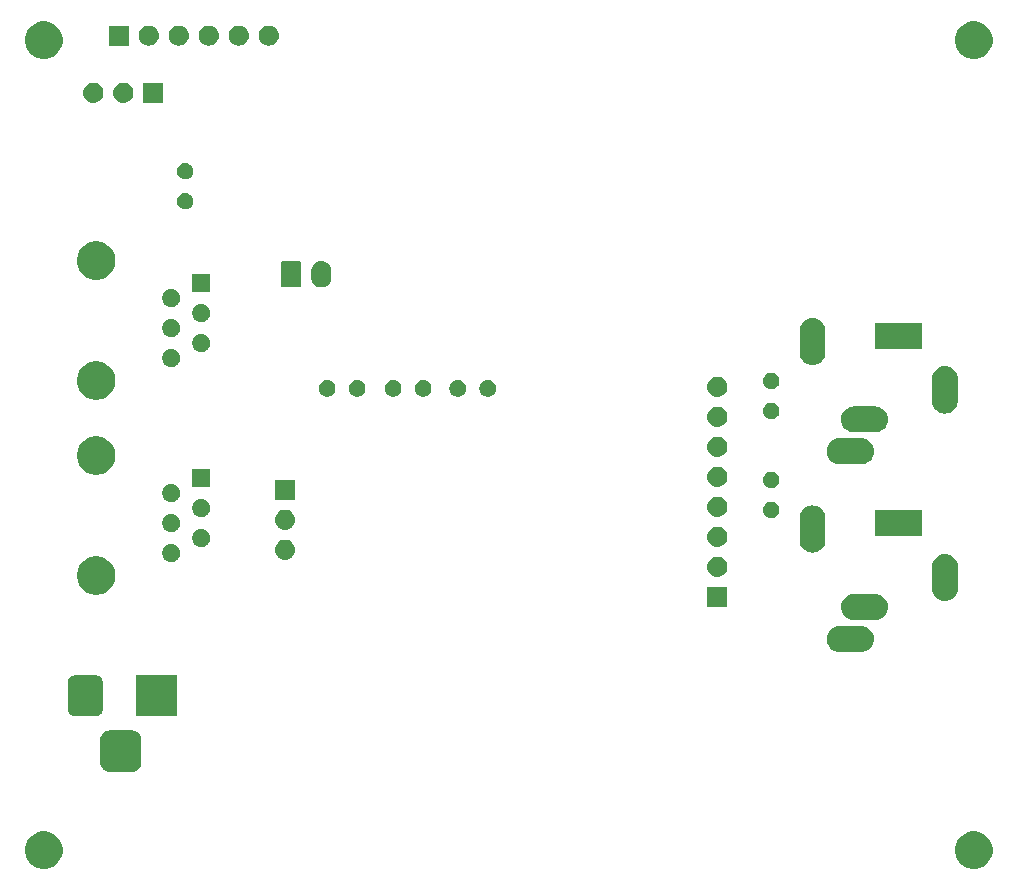
<source format=gbr>
G04 #@! TF.GenerationSoftware,KiCad,Pcbnew,(5.1.0-0)*
G04 #@! TF.CreationDate,2019-10-22T21:45:05+02:00*
G04 #@! TF.ProjectId,esp32,65737033-322e-46b6-9963-61645f706362,rev?*
G04 #@! TF.SameCoordinates,Original*
G04 #@! TF.FileFunction,Soldermask,Bot*
G04 #@! TF.FilePolarity,Negative*
%FSLAX46Y46*%
G04 Gerber Fmt 4.6, Leading zero omitted, Abs format (unit mm)*
G04 Created by KiCad (PCBNEW (5.1.0-0)) date 2019-10-22 21:45:05*
%MOMM*%
%LPD*%
G04 APERTURE LIST*
%ADD10C,0.100000*%
G04 APERTURE END LIST*
D10*
G36*
X160381703Y-132286486D02*
G01*
X160672883Y-132407097D01*
X160934940Y-132582198D01*
X161157802Y-132805060D01*
X161332903Y-133067117D01*
X161453514Y-133358297D01*
X161515000Y-133667412D01*
X161515000Y-133982588D01*
X161453514Y-134291703D01*
X161332903Y-134582883D01*
X161157802Y-134844940D01*
X160934940Y-135067802D01*
X160672883Y-135242903D01*
X160381703Y-135363514D01*
X160072588Y-135425000D01*
X159757412Y-135425000D01*
X159448297Y-135363514D01*
X159157117Y-135242903D01*
X158895060Y-135067802D01*
X158672198Y-134844940D01*
X158497097Y-134582883D01*
X158376486Y-134291703D01*
X158315000Y-133982588D01*
X158315000Y-133667412D01*
X158376486Y-133358297D01*
X158497097Y-133067117D01*
X158672198Y-132805060D01*
X158895060Y-132582198D01*
X159157117Y-132407097D01*
X159448297Y-132286486D01*
X159757412Y-132225000D01*
X160072588Y-132225000D01*
X160381703Y-132286486D01*
X160381703Y-132286486D01*
G37*
G36*
X81641703Y-132286486D02*
G01*
X81932883Y-132407097D01*
X82194940Y-132582198D01*
X82417802Y-132805060D01*
X82592903Y-133067117D01*
X82713514Y-133358297D01*
X82775000Y-133667412D01*
X82775000Y-133982588D01*
X82713514Y-134291703D01*
X82592903Y-134582883D01*
X82417802Y-134844940D01*
X82194940Y-135067802D01*
X81932883Y-135242903D01*
X81641703Y-135363514D01*
X81332588Y-135425000D01*
X81017412Y-135425000D01*
X80708297Y-135363514D01*
X80417117Y-135242903D01*
X80155060Y-135067802D01*
X79932198Y-134844940D01*
X79757097Y-134582883D01*
X79636486Y-134291703D01*
X79575000Y-133982588D01*
X79575000Y-133667412D01*
X79636486Y-133358297D01*
X79757097Y-133067117D01*
X79932198Y-132805060D01*
X80155060Y-132582198D01*
X80417117Y-132407097D01*
X80708297Y-132286486D01*
X81017412Y-132225000D01*
X81332588Y-132225000D01*
X81641703Y-132286486D01*
X81641703Y-132286486D01*
G37*
G36*
X88795891Y-123691205D02*
G01*
X88948202Y-123737408D01*
X89088565Y-123812433D01*
X89211597Y-123913403D01*
X89312567Y-124036435D01*
X89387592Y-124176798D01*
X89433795Y-124329109D01*
X89450000Y-124493640D01*
X89450000Y-126356360D01*
X89433795Y-126520891D01*
X89387592Y-126673202D01*
X89312567Y-126813565D01*
X89211597Y-126936597D01*
X89088565Y-127037567D01*
X88948202Y-127112592D01*
X88795891Y-127158795D01*
X88631360Y-127175000D01*
X86768640Y-127175000D01*
X86604109Y-127158795D01*
X86451798Y-127112592D01*
X86311435Y-127037567D01*
X86188403Y-126936597D01*
X86087433Y-126813565D01*
X86012408Y-126673202D01*
X85966205Y-126520891D01*
X85950000Y-126356360D01*
X85950000Y-124493640D01*
X85966205Y-124329109D01*
X86012408Y-124176798D01*
X86087433Y-124036435D01*
X86188403Y-123913403D01*
X86311435Y-123812433D01*
X86451798Y-123737408D01*
X86604109Y-123691205D01*
X86768640Y-123675000D01*
X88631360Y-123675000D01*
X88795891Y-123691205D01*
X88795891Y-123691205D01*
G37*
G36*
X85646505Y-118988803D02*
G01*
X85775366Y-119027893D01*
X85894117Y-119091367D01*
X85998209Y-119176791D01*
X86083633Y-119280883D01*
X86147107Y-119399634D01*
X86186197Y-119528495D01*
X86200000Y-119668640D01*
X86200000Y-121781360D01*
X86186197Y-121921505D01*
X86147107Y-122050366D01*
X86083633Y-122169117D01*
X85998209Y-122273209D01*
X85894117Y-122358633D01*
X85775366Y-122422107D01*
X85646505Y-122461197D01*
X85506360Y-122475000D01*
X83893640Y-122475000D01*
X83753495Y-122461197D01*
X83624634Y-122422107D01*
X83505883Y-122358633D01*
X83401791Y-122273209D01*
X83316367Y-122169117D01*
X83252893Y-122050366D01*
X83213803Y-121921505D01*
X83200000Y-121781360D01*
X83200000Y-119668640D01*
X83213803Y-119528495D01*
X83252893Y-119399634D01*
X83316367Y-119280883D01*
X83401791Y-119176791D01*
X83505883Y-119091367D01*
X83624634Y-119027893D01*
X83753495Y-118988803D01*
X83893640Y-118975000D01*
X85506360Y-118975000D01*
X85646505Y-118988803D01*
X85646505Y-118988803D01*
G37*
G36*
X92450000Y-122475000D02*
G01*
X88950000Y-122475000D01*
X88950000Y-118975000D01*
X92450000Y-118975000D01*
X92450000Y-122475000D01*
X92450000Y-122475000D01*
G37*
G36*
X150499837Y-114827958D02*
G01*
X150580638Y-114835916D01*
X150734034Y-114882449D01*
X150787992Y-114898817D01*
X150979084Y-115000957D01*
X151146581Y-115138419D01*
X151284043Y-115305916D01*
X151386183Y-115497008D01*
X151386184Y-115497012D01*
X151449084Y-115704362D01*
X151470322Y-115920000D01*
X151449084Y-116135638D01*
X151402551Y-116289034D01*
X151386183Y-116342992D01*
X151284043Y-116534084D01*
X151146581Y-116701581D01*
X150979084Y-116839043D01*
X150787992Y-116941183D01*
X150734034Y-116957551D01*
X150580638Y-117004084D01*
X150499837Y-117012042D01*
X150419038Y-117020000D01*
X148510962Y-117020000D01*
X148430163Y-117012042D01*
X148349362Y-117004084D01*
X148195966Y-116957551D01*
X148142008Y-116941183D01*
X147950916Y-116839043D01*
X147783419Y-116701581D01*
X147645957Y-116534084D01*
X147543817Y-116342992D01*
X147527449Y-116289034D01*
X147480916Y-116135638D01*
X147459678Y-115920000D01*
X147480916Y-115704362D01*
X147543816Y-115497012D01*
X147543817Y-115497008D01*
X147645957Y-115305916D01*
X147783419Y-115138419D01*
X147950916Y-115000957D01*
X148142008Y-114898817D01*
X148195966Y-114882449D01*
X148349362Y-114835916D01*
X148430163Y-114827958D01*
X148510962Y-114820000D01*
X150419038Y-114820000D01*
X150499837Y-114827958D01*
X150499837Y-114827958D01*
G37*
G36*
X151699837Y-112127958D02*
G01*
X151780638Y-112135916D01*
X151934034Y-112182449D01*
X151987992Y-112198817D01*
X152179084Y-112300957D01*
X152346581Y-112438419D01*
X152484043Y-112605916D01*
X152586183Y-112797008D01*
X152586184Y-112797012D01*
X152649084Y-113004362D01*
X152670322Y-113220000D01*
X152649084Y-113435638D01*
X152602551Y-113589034D01*
X152586183Y-113642992D01*
X152484043Y-113834084D01*
X152346581Y-114001581D01*
X152179084Y-114139043D01*
X151987992Y-114241183D01*
X151934034Y-114257551D01*
X151780638Y-114304084D01*
X151699837Y-114312042D01*
X151619038Y-114320000D01*
X149710962Y-114320000D01*
X149630163Y-114312042D01*
X149549362Y-114304084D01*
X149395966Y-114257551D01*
X149342008Y-114241183D01*
X149150916Y-114139043D01*
X148983419Y-114001581D01*
X148845957Y-113834084D01*
X148743817Y-113642992D01*
X148727449Y-113589034D01*
X148680916Y-113435638D01*
X148659678Y-113220000D01*
X148680916Y-113004362D01*
X148743816Y-112797012D01*
X148743817Y-112797008D01*
X148845957Y-112605916D01*
X148983419Y-112438419D01*
X149150916Y-112300957D01*
X149342008Y-112198817D01*
X149395966Y-112182449D01*
X149549362Y-112135916D01*
X149630163Y-112127958D01*
X149710962Y-112120000D01*
X151619038Y-112120000D01*
X151699837Y-112127958D01*
X151699837Y-112127958D01*
G37*
G36*
X139048000Y-113212000D02*
G01*
X137348000Y-113212000D01*
X137348000Y-111512000D01*
X139048000Y-111512000D01*
X139048000Y-113212000D01*
X139048000Y-113212000D01*
G37*
G36*
X157680638Y-108735916D02*
G01*
X157834034Y-108782449D01*
X157887992Y-108798817D01*
X158079084Y-108900957D01*
X158246581Y-109038419D01*
X158384043Y-109205916D01*
X158486183Y-109397008D01*
X158502551Y-109450966D01*
X158549084Y-109604362D01*
X158565000Y-109765964D01*
X158565000Y-111674036D01*
X158549084Y-111835638D01*
X158502551Y-111989034D01*
X158486183Y-112042992D01*
X158384043Y-112234084D01*
X158329161Y-112300957D01*
X158246581Y-112401581D01*
X158079084Y-112539042D01*
X158079080Y-112539044D01*
X158079079Y-112539045D01*
X157887991Y-112641183D01*
X157834033Y-112657551D01*
X157680637Y-112704084D01*
X157465000Y-112725322D01*
X157249362Y-112704084D01*
X157095966Y-112657551D01*
X157042008Y-112641183D01*
X156850916Y-112539043D01*
X156728306Y-112438419D01*
X156683419Y-112401581D01*
X156545958Y-112234084D01*
X156545955Y-112234079D01*
X156443817Y-112042991D01*
X156427449Y-111989033D01*
X156380916Y-111835637D01*
X156365000Y-111674035D01*
X156365000Y-109765964D01*
X156380917Y-109604362D01*
X156427450Y-109450966D01*
X156443818Y-109397008D01*
X156545958Y-109205916D01*
X156683420Y-109038419D01*
X156850917Y-108900957D01*
X157042009Y-108798817D01*
X157095967Y-108782449D01*
X157249363Y-108735916D01*
X157465000Y-108714678D01*
X157680638Y-108735916D01*
X157680638Y-108735916D01*
G37*
G36*
X85937022Y-108966224D02*
G01*
X86093995Y-108997448D01*
X86389726Y-109119943D01*
X86655877Y-109297780D01*
X86882220Y-109524123D01*
X87060057Y-109790274D01*
X87182552Y-110086005D01*
X87245000Y-110399951D01*
X87245000Y-110720049D01*
X87182552Y-111033995D01*
X87060057Y-111329726D01*
X86882220Y-111595877D01*
X86655877Y-111822220D01*
X86389726Y-112000057D01*
X86093995Y-112122552D01*
X85937022Y-112153776D01*
X85780050Y-112185000D01*
X85459950Y-112185000D01*
X85302978Y-112153776D01*
X85146005Y-112122552D01*
X84850274Y-112000057D01*
X84584123Y-111822220D01*
X84357780Y-111595877D01*
X84179943Y-111329726D01*
X84057448Y-111033995D01*
X83995000Y-110720049D01*
X83995000Y-110399951D01*
X84057448Y-110086005D01*
X84179943Y-109790274D01*
X84357780Y-109524123D01*
X84584123Y-109297780D01*
X84850274Y-109119943D01*
X85146005Y-108997448D01*
X85302978Y-108966224D01*
X85459950Y-108935000D01*
X85780050Y-108935000D01*
X85937022Y-108966224D01*
X85937022Y-108966224D01*
G37*
G36*
X138364627Y-108984299D02*
G01*
X138444742Y-109008602D01*
X138524855Y-109032903D01*
X138524857Y-109032904D01*
X138672518Y-109111831D01*
X138801949Y-109218051D01*
X138908169Y-109347482D01*
X138987096Y-109495143D01*
X139035701Y-109655373D01*
X139052112Y-109822000D01*
X139035701Y-109988627D01*
X138987096Y-110148857D01*
X138908169Y-110296518D01*
X138801949Y-110425949D01*
X138672518Y-110532169D01*
X138524857Y-110611096D01*
X138524855Y-110611097D01*
X138444742Y-110635398D01*
X138364627Y-110659701D01*
X138239752Y-110672000D01*
X138156248Y-110672000D01*
X138031373Y-110659701D01*
X137951258Y-110635398D01*
X137871145Y-110611097D01*
X137871143Y-110611096D01*
X137723482Y-110532169D01*
X137594051Y-110425949D01*
X137487831Y-110296518D01*
X137408904Y-110148857D01*
X137360299Y-109988627D01*
X137343888Y-109822000D01*
X137360299Y-109655373D01*
X137408904Y-109495143D01*
X137487831Y-109347482D01*
X137594051Y-109218051D01*
X137723482Y-109111831D01*
X137871143Y-109032904D01*
X137871145Y-109032903D01*
X137951258Y-109008602D01*
X138031373Y-108984299D01*
X138156248Y-108972000D01*
X138239752Y-108972000D01*
X138364627Y-108984299D01*
X138364627Y-108984299D01*
G37*
G36*
X92191683Y-107929206D02*
G01*
X92329996Y-107986497D01*
X92454469Y-108069667D01*
X92560333Y-108175531D01*
X92643503Y-108300004D01*
X92700794Y-108438317D01*
X92730000Y-108585145D01*
X92730000Y-108734855D01*
X92700794Y-108881683D01*
X92643503Y-109019996D01*
X92560333Y-109144469D01*
X92454469Y-109250333D01*
X92329996Y-109333503D01*
X92191683Y-109390794D01*
X92044855Y-109420000D01*
X91895145Y-109420000D01*
X91748317Y-109390794D01*
X91610004Y-109333503D01*
X91485531Y-109250333D01*
X91379667Y-109144469D01*
X91296497Y-109019996D01*
X91239206Y-108881683D01*
X91210000Y-108734855D01*
X91210000Y-108585145D01*
X91239206Y-108438317D01*
X91296497Y-108300004D01*
X91379667Y-108175531D01*
X91485531Y-108069667D01*
X91610004Y-107986497D01*
X91748317Y-107929206D01*
X91895145Y-107900000D01*
X92044855Y-107900000D01*
X92191683Y-107929206D01*
X92191683Y-107929206D01*
G37*
G36*
X101766627Y-107542299D02*
G01*
X101846742Y-107566602D01*
X101926855Y-107590903D01*
X101926857Y-107590904D01*
X102074518Y-107669831D01*
X102203949Y-107776051D01*
X102310169Y-107905482D01*
X102356504Y-107992168D01*
X102389097Y-108053145D01*
X102409286Y-108119700D01*
X102437701Y-108213373D01*
X102454112Y-108380000D01*
X102437701Y-108546627D01*
X102389096Y-108706857D01*
X102310169Y-108854518D01*
X102203949Y-108983949D01*
X102074518Y-109090169D01*
X101972925Y-109144472D01*
X101926855Y-109169097D01*
X101846742Y-109193398D01*
X101766627Y-109217701D01*
X101641752Y-109230000D01*
X101558248Y-109230000D01*
X101433373Y-109217701D01*
X101353258Y-109193398D01*
X101273145Y-109169097D01*
X101227075Y-109144472D01*
X101125482Y-109090169D01*
X100996051Y-108983949D01*
X100889831Y-108854518D01*
X100810904Y-108706857D01*
X100762299Y-108546627D01*
X100745888Y-108380000D01*
X100762299Y-108213373D01*
X100790714Y-108119700D01*
X100810903Y-108053145D01*
X100843496Y-107992168D01*
X100889831Y-107905482D01*
X100996051Y-107776051D01*
X101125482Y-107669831D01*
X101273143Y-107590904D01*
X101273145Y-107590903D01*
X101353258Y-107566602D01*
X101433373Y-107542299D01*
X101558248Y-107530000D01*
X101641752Y-107530000D01*
X101766627Y-107542299D01*
X101766627Y-107542299D01*
G37*
G36*
X146480638Y-104635916D02*
G01*
X146634034Y-104682449D01*
X146687992Y-104698817D01*
X146879084Y-104800957D01*
X147046581Y-104938419D01*
X147184043Y-105105916D01*
X147286183Y-105297008D01*
X147286184Y-105297012D01*
X147349084Y-105504362D01*
X147351717Y-105531096D01*
X147362003Y-105635528D01*
X147365000Y-105665964D01*
X147365000Y-107574036D01*
X147349084Y-107735638D01*
X147336824Y-107776052D01*
X147286183Y-107942992D01*
X147184043Y-108134084D01*
X147090023Y-108248646D01*
X147046581Y-108301581D01*
X146879084Y-108439042D01*
X146879080Y-108439044D01*
X146879079Y-108439045D01*
X146687991Y-108541183D01*
X146670038Y-108546629D01*
X146480637Y-108604084D01*
X146265000Y-108625322D01*
X146049362Y-108604084D01*
X145859961Y-108546629D01*
X145842008Y-108541183D01*
X145650916Y-108439043D01*
X145536354Y-108345023D01*
X145483419Y-108301581D01*
X145345958Y-108134084D01*
X145338270Y-108119701D01*
X145243817Y-107942991D01*
X145187251Y-107756519D01*
X145180916Y-107735637D01*
X145168708Y-107611683D01*
X145165000Y-107574037D01*
X145165000Y-105665963D01*
X145173389Y-105580793D01*
X145180917Y-105504362D01*
X145243817Y-105297012D01*
X145243818Y-105297008D01*
X145345958Y-105105916D01*
X145483420Y-104938419D01*
X145650917Y-104800957D01*
X145842009Y-104698817D01*
X145895967Y-104682449D01*
X146049363Y-104635916D01*
X146265000Y-104614678D01*
X146480638Y-104635916D01*
X146480638Y-104635916D01*
G37*
G36*
X94731683Y-106659206D02*
G01*
X94869996Y-106716497D01*
X94994469Y-106799667D01*
X95100333Y-106905531D01*
X95183503Y-107030004D01*
X95240794Y-107168317D01*
X95270000Y-107315145D01*
X95270000Y-107464855D01*
X95240794Y-107611683D01*
X95183503Y-107749996D01*
X95100333Y-107874469D01*
X94994469Y-107980333D01*
X94869996Y-108063503D01*
X94731683Y-108120794D01*
X94584855Y-108150000D01*
X94435145Y-108150000D01*
X94288317Y-108120794D01*
X94150004Y-108063503D01*
X94025531Y-107980333D01*
X93919667Y-107874469D01*
X93836497Y-107749996D01*
X93779206Y-107611683D01*
X93750000Y-107464855D01*
X93750000Y-107315145D01*
X93779206Y-107168317D01*
X93836497Y-107030004D01*
X93919667Y-106905531D01*
X94025531Y-106799667D01*
X94150004Y-106716497D01*
X94288317Y-106659206D01*
X94435145Y-106630000D01*
X94584855Y-106630000D01*
X94731683Y-106659206D01*
X94731683Y-106659206D01*
G37*
G36*
X138364627Y-106444299D02*
G01*
X138444742Y-106468602D01*
X138524855Y-106492903D01*
X138524857Y-106492904D01*
X138672518Y-106571831D01*
X138801949Y-106678051D01*
X138908169Y-106807482D01*
X138987096Y-106955143D01*
X139035701Y-107115373D01*
X139052112Y-107282000D01*
X139035701Y-107448627D01*
X139035700Y-107448629D01*
X138992543Y-107590903D01*
X138987096Y-107608857D01*
X138908169Y-107756518D01*
X138801949Y-107885949D01*
X138672518Y-107992169D01*
X138539062Y-108063503D01*
X138524855Y-108071097D01*
X138444742Y-108095399D01*
X138364627Y-108119701D01*
X138239752Y-108132000D01*
X138156248Y-108132000D01*
X138031373Y-108119701D01*
X137951258Y-108095399D01*
X137871145Y-108071097D01*
X137856938Y-108063503D01*
X137723482Y-107992169D01*
X137594051Y-107885949D01*
X137487831Y-107756518D01*
X137408904Y-107608857D01*
X137403458Y-107590903D01*
X137360300Y-107448629D01*
X137360299Y-107448627D01*
X137343888Y-107282000D01*
X137360299Y-107115373D01*
X137408904Y-106955143D01*
X137487831Y-106807482D01*
X137594051Y-106678051D01*
X137723482Y-106571831D01*
X137871143Y-106492904D01*
X137871145Y-106492903D01*
X137951258Y-106468602D01*
X138031373Y-106444299D01*
X138156248Y-106432000D01*
X138239752Y-106432000D01*
X138364627Y-106444299D01*
X138364627Y-106444299D01*
G37*
G36*
X155565000Y-107220000D02*
G01*
X151565000Y-107220000D01*
X151565000Y-105020000D01*
X155565000Y-105020000D01*
X155565000Y-107220000D01*
X155565000Y-107220000D01*
G37*
G36*
X92191683Y-105389206D02*
G01*
X92329996Y-105446497D01*
X92454469Y-105529667D01*
X92560333Y-105635531D01*
X92643503Y-105760004D01*
X92700794Y-105898317D01*
X92730000Y-106045145D01*
X92730000Y-106194855D01*
X92700794Y-106341683D01*
X92643503Y-106479996D01*
X92560333Y-106604469D01*
X92454469Y-106710333D01*
X92329996Y-106793503D01*
X92191683Y-106850794D01*
X92044855Y-106880000D01*
X91895145Y-106880000D01*
X91748317Y-106850794D01*
X91610004Y-106793503D01*
X91485531Y-106710333D01*
X91379667Y-106604469D01*
X91296497Y-106479996D01*
X91239206Y-106341683D01*
X91210000Y-106194855D01*
X91210000Y-106045145D01*
X91239206Y-105898317D01*
X91296497Y-105760004D01*
X91379667Y-105635531D01*
X91485531Y-105529667D01*
X91610004Y-105446497D01*
X91748317Y-105389206D01*
X91895145Y-105360000D01*
X92044855Y-105360000D01*
X92191683Y-105389206D01*
X92191683Y-105389206D01*
G37*
G36*
X101766627Y-105002299D02*
G01*
X101846742Y-105026601D01*
X101926855Y-105050903D01*
X101926857Y-105050904D01*
X102074518Y-105129831D01*
X102203949Y-105236051D01*
X102310169Y-105365482D01*
X102356504Y-105452168D01*
X102389097Y-105513145D01*
X102397160Y-105539726D01*
X102437701Y-105673373D01*
X102454112Y-105840000D01*
X102437701Y-106006627D01*
X102389096Y-106166857D01*
X102310169Y-106314518D01*
X102203949Y-106443949D01*
X102074518Y-106550169D01*
X101972925Y-106604472D01*
X101926855Y-106629097D01*
X101846742Y-106653398D01*
X101766627Y-106677701D01*
X101641752Y-106690000D01*
X101558248Y-106690000D01*
X101433373Y-106677701D01*
X101353258Y-106653398D01*
X101273145Y-106629097D01*
X101227075Y-106604472D01*
X101125482Y-106550169D01*
X100996051Y-106443949D01*
X100889831Y-106314518D01*
X100810904Y-106166857D01*
X100762299Y-106006627D01*
X100745888Y-105840000D01*
X100762299Y-105673373D01*
X100802840Y-105539726D01*
X100810903Y-105513145D01*
X100843496Y-105452168D01*
X100889831Y-105365482D01*
X100996051Y-105236051D01*
X101125482Y-105129831D01*
X101273143Y-105050904D01*
X101273145Y-105050903D01*
X101353258Y-105026601D01*
X101433373Y-105002299D01*
X101558248Y-104990000D01*
X101641752Y-104990000D01*
X101766627Y-105002299D01*
X101766627Y-105002299D01*
G37*
G36*
X142974182Y-104322900D02*
G01*
X143101573Y-104375667D01*
X143101574Y-104375668D01*
X143216224Y-104452274D01*
X143313726Y-104549776D01*
X143313727Y-104549778D01*
X143390333Y-104664427D01*
X143443100Y-104791818D01*
X143470000Y-104927055D01*
X143470000Y-105064945D01*
X143443100Y-105200182D01*
X143390333Y-105327573D01*
X143368666Y-105360000D01*
X143313726Y-105442224D01*
X143216224Y-105539726D01*
X143158510Y-105578289D01*
X143101573Y-105616333D01*
X142974182Y-105669100D01*
X142838945Y-105696000D01*
X142701055Y-105696000D01*
X142565818Y-105669100D01*
X142438427Y-105616333D01*
X142381490Y-105578289D01*
X142323776Y-105539726D01*
X142226274Y-105442224D01*
X142171334Y-105360000D01*
X142149667Y-105327573D01*
X142096900Y-105200182D01*
X142070000Y-105064945D01*
X142070000Y-104927055D01*
X142096900Y-104791818D01*
X142149667Y-104664427D01*
X142226273Y-104549778D01*
X142226274Y-104549776D01*
X142323776Y-104452274D01*
X142438426Y-104375668D01*
X142438427Y-104375667D01*
X142565818Y-104322900D01*
X142701055Y-104296000D01*
X142838945Y-104296000D01*
X142974182Y-104322900D01*
X142974182Y-104322900D01*
G37*
G36*
X94731683Y-104119206D02*
G01*
X94869996Y-104176497D01*
X94994469Y-104259667D01*
X95100333Y-104365531D01*
X95183503Y-104490004D01*
X95240794Y-104628317D01*
X95270000Y-104775145D01*
X95270000Y-104924855D01*
X95240794Y-105071683D01*
X95183503Y-105209996D01*
X95100333Y-105334469D01*
X94994469Y-105440333D01*
X94869996Y-105523503D01*
X94731683Y-105580794D01*
X94584855Y-105610000D01*
X94435145Y-105610000D01*
X94288317Y-105580794D01*
X94150004Y-105523503D01*
X94025531Y-105440333D01*
X93919667Y-105334469D01*
X93836497Y-105209996D01*
X93779206Y-105071683D01*
X93750000Y-104924855D01*
X93750000Y-104775145D01*
X93779206Y-104628317D01*
X93836497Y-104490004D01*
X93919667Y-104365531D01*
X94025531Y-104259667D01*
X94150004Y-104176497D01*
X94288317Y-104119206D01*
X94435145Y-104090000D01*
X94584855Y-104090000D01*
X94731683Y-104119206D01*
X94731683Y-104119206D01*
G37*
G36*
X138364627Y-103904299D02*
G01*
X138444742Y-103928601D01*
X138524855Y-103952903D01*
X138524857Y-103952904D01*
X138672518Y-104031831D01*
X138801949Y-104138051D01*
X138908169Y-104267482D01*
X138987096Y-104415143D01*
X139035701Y-104575373D01*
X139052112Y-104742000D01*
X139035701Y-104908627D01*
X139011398Y-104988742D01*
X138992543Y-105050903D01*
X138987096Y-105068857D01*
X138908169Y-105216518D01*
X138801949Y-105345949D01*
X138672518Y-105452169D01*
X138539062Y-105523503D01*
X138524855Y-105531097D01*
X138444742Y-105555399D01*
X138364627Y-105579701D01*
X138239752Y-105592000D01*
X138156248Y-105592000D01*
X138031373Y-105579701D01*
X137951258Y-105555399D01*
X137871145Y-105531097D01*
X137856938Y-105523503D01*
X137723482Y-105452169D01*
X137594051Y-105345949D01*
X137487831Y-105216518D01*
X137408904Y-105068857D01*
X137403458Y-105050903D01*
X137384602Y-104988742D01*
X137360299Y-104908627D01*
X137343888Y-104742000D01*
X137360299Y-104575373D01*
X137408904Y-104415143D01*
X137487831Y-104267482D01*
X137594051Y-104138051D01*
X137723482Y-104031831D01*
X137871143Y-103952904D01*
X137871145Y-103952903D01*
X137951258Y-103928601D01*
X138031373Y-103904299D01*
X138156248Y-103892000D01*
X138239752Y-103892000D01*
X138364627Y-103904299D01*
X138364627Y-103904299D01*
G37*
G36*
X92191683Y-102849206D02*
G01*
X92329996Y-102906497D01*
X92454469Y-102989667D01*
X92560333Y-103095531D01*
X92643503Y-103220004D01*
X92700794Y-103358317D01*
X92730000Y-103505145D01*
X92730000Y-103654855D01*
X92700794Y-103801683D01*
X92643503Y-103939996D01*
X92560333Y-104064469D01*
X92454469Y-104170333D01*
X92329996Y-104253503D01*
X92191683Y-104310794D01*
X92044855Y-104340000D01*
X91895145Y-104340000D01*
X91748317Y-104310794D01*
X91610004Y-104253503D01*
X91485531Y-104170333D01*
X91379667Y-104064469D01*
X91296497Y-103939996D01*
X91239206Y-103801683D01*
X91210000Y-103654855D01*
X91210000Y-103505145D01*
X91239206Y-103358317D01*
X91296497Y-103220004D01*
X91379667Y-103095531D01*
X91485531Y-102989667D01*
X91610004Y-102906497D01*
X91748317Y-102849206D01*
X91895145Y-102820000D01*
X92044855Y-102820000D01*
X92191683Y-102849206D01*
X92191683Y-102849206D01*
G37*
G36*
X102450000Y-104150000D02*
G01*
X100750000Y-104150000D01*
X100750000Y-102450000D01*
X102450000Y-102450000D01*
X102450000Y-104150000D01*
X102450000Y-104150000D01*
G37*
G36*
X142974182Y-101782900D02*
G01*
X143101573Y-101835667D01*
X143101574Y-101835668D01*
X143216224Y-101912274D01*
X143313726Y-102009776D01*
X143313727Y-102009778D01*
X143390333Y-102124427D01*
X143443100Y-102251818D01*
X143470000Y-102387055D01*
X143470000Y-102524945D01*
X143443100Y-102660182D01*
X143390333Y-102787573D01*
X143368666Y-102820000D01*
X143313726Y-102902224D01*
X143216224Y-102999726D01*
X143158510Y-103038289D01*
X143101573Y-103076333D01*
X142974182Y-103129100D01*
X142838945Y-103156000D01*
X142701055Y-103156000D01*
X142565818Y-103129100D01*
X142438427Y-103076333D01*
X142381490Y-103038289D01*
X142323776Y-102999726D01*
X142226274Y-102902224D01*
X142171334Y-102820000D01*
X142149667Y-102787573D01*
X142096900Y-102660182D01*
X142070000Y-102524945D01*
X142070000Y-102387055D01*
X142096900Y-102251818D01*
X142149667Y-102124427D01*
X142226273Y-102009778D01*
X142226274Y-102009776D01*
X142323776Y-101912274D01*
X142438426Y-101835668D01*
X142438427Y-101835667D01*
X142565818Y-101782900D01*
X142701055Y-101756000D01*
X142838945Y-101756000D01*
X142974182Y-101782900D01*
X142974182Y-101782900D01*
G37*
G36*
X95270000Y-103070000D02*
G01*
X93750000Y-103070000D01*
X93750000Y-101550000D01*
X95270000Y-101550000D01*
X95270000Y-103070000D01*
X95270000Y-103070000D01*
G37*
G36*
X138364627Y-101364299D02*
G01*
X138444742Y-101388601D01*
X138524855Y-101412903D01*
X138524857Y-101412904D01*
X138672518Y-101491831D01*
X138801949Y-101598051D01*
X138908169Y-101727482D01*
X138987096Y-101875143D01*
X139035701Y-102035373D01*
X139052112Y-102202000D01*
X139035701Y-102368627D01*
X138987096Y-102528857D01*
X138908169Y-102676518D01*
X138801949Y-102805949D01*
X138672518Y-102912169D01*
X138527530Y-102989667D01*
X138524855Y-102991097D01*
X138444742Y-103015398D01*
X138364627Y-103039701D01*
X138239752Y-103052000D01*
X138156248Y-103052000D01*
X138031373Y-103039701D01*
X137951258Y-103015398D01*
X137871145Y-102991097D01*
X137868470Y-102989667D01*
X137723482Y-102912169D01*
X137594051Y-102805949D01*
X137487831Y-102676518D01*
X137408904Y-102528857D01*
X137360299Y-102368627D01*
X137343888Y-102202000D01*
X137360299Y-102035373D01*
X137408904Y-101875143D01*
X137487831Y-101727482D01*
X137594051Y-101598051D01*
X137723482Y-101491831D01*
X137871143Y-101412904D01*
X137871145Y-101412903D01*
X137951258Y-101388601D01*
X138031373Y-101364299D01*
X138156248Y-101352000D01*
X138239752Y-101352000D01*
X138364627Y-101364299D01*
X138364627Y-101364299D01*
G37*
G36*
X85937022Y-98806224D02*
G01*
X86093995Y-98837448D01*
X86389726Y-98959943D01*
X86655877Y-99137780D01*
X86882220Y-99364123D01*
X87060057Y-99630274D01*
X87182552Y-99926005D01*
X87245000Y-100239951D01*
X87245000Y-100560049D01*
X87182552Y-100873995D01*
X87060057Y-101169726D01*
X86882220Y-101435877D01*
X86655877Y-101662220D01*
X86389726Y-101840057D01*
X86093995Y-101962552D01*
X85937022Y-101993776D01*
X85780050Y-102025000D01*
X85459950Y-102025000D01*
X85302978Y-101993776D01*
X85146005Y-101962552D01*
X84850274Y-101840057D01*
X84584123Y-101662220D01*
X84357780Y-101435877D01*
X84179943Y-101169726D01*
X84057448Y-100873995D01*
X83995000Y-100560049D01*
X83995000Y-100239951D01*
X84057448Y-99926005D01*
X84179943Y-99630274D01*
X84357780Y-99364123D01*
X84584123Y-99137780D01*
X84850274Y-98959943D01*
X85146005Y-98837448D01*
X85302978Y-98806224D01*
X85459950Y-98775000D01*
X85780050Y-98775000D01*
X85937022Y-98806224D01*
X85937022Y-98806224D01*
G37*
G36*
X150499837Y-98952958D02*
G01*
X150580638Y-98960916D01*
X150734034Y-99007449D01*
X150787992Y-99023817D01*
X150979084Y-99125957D01*
X151146581Y-99263419D01*
X151284043Y-99430916D01*
X151386183Y-99622008D01*
X151386184Y-99622012D01*
X151449084Y-99829362D01*
X151470322Y-100045000D01*
X151449084Y-100260638D01*
X151415251Y-100372168D01*
X151386183Y-100467992D01*
X151284043Y-100659084D01*
X151146581Y-100826581D01*
X150979084Y-100964043D01*
X150787992Y-101066183D01*
X150734034Y-101082551D01*
X150580638Y-101129084D01*
X150499837Y-101137042D01*
X150419038Y-101145000D01*
X148510962Y-101145000D01*
X148430163Y-101137042D01*
X148349362Y-101129084D01*
X148195966Y-101082551D01*
X148142008Y-101066183D01*
X147950916Y-100964043D01*
X147783419Y-100826581D01*
X147645957Y-100659084D01*
X147543817Y-100467992D01*
X147514749Y-100372168D01*
X147480916Y-100260638D01*
X147459678Y-100045000D01*
X147480916Y-99829362D01*
X147543816Y-99622012D01*
X147543817Y-99622008D01*
X147645957Y-99430916D01*
X147783419Y-99263419D01*
X147950916Y-99125957D01*
X148142008Y-99023817D01*
X148195966Y-99007449D01*
X148349362Y-98960916D01*
X148430163Y-98952958D01*
X148510962Y-98945000D01*
X150419038Y-98945000D01*
X150499837Y-98952958D01*
X150499837Y-98952958D01*
G37*
G36*
X138364627Y-98824299D02*
G01*
X138444742Y-98848602D01*
X138524855Y-98872903D01*
X138524857Y-98872904D01*
X138672518Y-98951831D01*
X138801949Y-99058051D01*
X138908169Y-99187482D01*
X138987096Y-99335143D01*
X139035701Y-99495373D01*
X139052112Y-99662000D01*
X139035701Y-99828627D01*
X138987096Y-99988857D01*
X138908169Y-100136518D01*
X138801949Y-100265949D01*
X138672518Y-100372169D01*
X138524857Y-100451096D01*
X138524855Y-100451097D01*
X138469158Y-100467992D01*
X138364627Y-100499701D01*
X138239752Y-100512000D01*
X138156248Y-100512000D01*
X138031373Y-100499701D01*
X137926842Y-100467992D01*
X137871145Y-100451097D01*
X137871143Y-100451096D01*
X137723482Y-100372169D01*
X137594051Y-100265949D01*
X137487831Y-100136518D01*
X137408904Y-99988857D01*
X137360299Y-99828627D01*
X137343888Y-99662000D01*
X137360299Y-99495373D01*
X137408904Y-99335143D01*
X137487831Y-99187482D01*
X137594051Y-99058051D01*
X137723482Y-98951831D01*
X137871143Y-98872904D01*
X137871145Y-98872903D01*
X137951258Y-98848602D01*
X138031373Y-98824299D01*
X138156248Y-98812000D01*
X138239752Y-98812000D01*
X138364627Y-98824299D01*
X138364627Y-98824299D01*
G37*
G36*
X151699837Y-96252958D02*
G01*
X151780638Y-96260916D01*
X151934034Y-96307449D01*
X151987992Y-96323817D01*
X152179084Y-96425957D01*
X152346581Y-96563419D01*
X152484043Y-96730916D01*
X152586183Y-96922008D01*
X152586184Y-96922012D01*
X152649084Y-97129362D01*
X152670322Y-97345000D01*
X152649084Y-97560638D01*
X152638199Y-97596519D01*
X152586183Y-97767992D01*
X152484043Y-97959084D01*
X152346581Y-98126581D01*
X152179084Y-98264043D01*
X151987992Y-98366183D01*
X151934034Y-98382551D01*
X151780638Y-98429084D01*
X151699837Y-98437042D01*
X151619038Y-98445000D01*
X149710962Y-98445000D01*
X149630163Y-98437042D01*
X149549362Y-98429084D01*
X149395966Y-98382551D01*
X149342008Y-98366183D01*
X149150916Y-98264043D01*
X148983419Y-98126581D01*
X148845957Y-97959084D01*
X148743817Y-97767992D01*
X148691801Y-97596519D01*
X148680916Y-97560638D01*
X148659678Y-97345000D01*
X148680916Y-97129362D01*
X148743816Y-96922012D01*
X148743817Y-96922008D01*
X148845957Y-96730916D01*
X148983419Y-96563419D01*
X149150916Y-96425957D01*
X149342008Y-96323817D01*
X149395966Y-96307449D01*
X149549362Y-96260916D01*
X149630163Y-96252958D01*
X149710962Y-96245000D01*
X151619038Y-96245000D01*
X151699837Y-96252958D01*
X151699837Y-96252958D01*
G37*
G36*
X138364627Y-96284299D02*
G01*
X138444742Y-96308602D01*
X138524855Y-96332903D01*
X138524857Y-96332904D01*
X138672518Y-96411831D01*
X138801949Y-96518051D01*
X138908169Y-96647482D01*
X138987096Y-96795143D01*
X139035701Y-96955373D01*
X139052112Y-97122000D01*
X139035701Y-97288627D01*
X138987096Y-97448857D01*
X138908169Y-97596518D01*
X138801949Y-97725949D01*
X138672518Y-97832169D01*
X138524857Y-97911096D01*
X138524855Y-97911097D01*
X138444742Y-97935398D01*
X138364627Y-97959701D01*
X138239752Y-97972000D01*
X138156248Y-97972000D01*
X138031373Y-97959701D01*
X137951258Y-97935398D01*
X137871145Y-97911097D01*
X137871143Y-97911096D01*
X137723482Y-97832169D01*
X137594051Y-97725949D01*
X137487831Y-97596518D01*
X137408904Y-97448857D01*
X137360299Y-97288627D01*
X137343888Y-97122000D01*
X137360299Y-96955373D01*
X137408904Y-96795143D01*
X137487831Y-96647482D01*
X137594051Y-96518051D01*
X137723482Y-96411831D01*
X137871143Y-96332904D01*
X137871145Y-96332903D01*
X137951258Y-96308602D01*
X138031373Y-96284299D01*
X138156248Y-96272000D01*
X138239752Y-96272000D01*
X138364627Y-96284299D01*
X138364627Y-96284299D01*
G37*
G36*
X142974182Y-95940900D02*
G01*
X143101573Y-95993667D01*
X143101574Y-95993668D01*
X143216224Y-96070274D01*
X143313726Y-96167776D01*
X143313870Y-96167992D01*
X143390333Y-96282427D01*
X143443100Y-96409818D01*
X143470000Y-96545055D01*
X143470000Y-96682945D01*
X143443100Y-96818182D01*
X143390333Y-96945573D01*
X143390332Y-96945574D01*
X143313726Y-97060224D01*
X143216224Y-97157726D01*
X143158510Y-97196289D01*
X143101573Y-97234333D01*
X142974182Y-97287100D01*
X142838945Y-97314000D01*
X142701055Y-97314000D01*
X142565818Y-97287100D01*
X142438427Y-97234333D01*
X142381490Y-97196289D01*
X142323776Y-97157726D01*
X142226274Y-97060224D01*
X142149668Y-96945574D01*
X142149667Y-96945573D01*
X142096900Y-96818182D01*
X142070000Y-96682945D01*
X142070000Y-96545055D01*
X142096900Y-96409818D01*
X142149667Y-96282427D01*
X142226130Y-96167992D01*
X142226274Y-96167776D01*
X142323776Y-96070274D01*
X142438426Y-95993668D01*
X142438427Y-95993667D01*
X142565818Y-95940900D01*
X142701055Y-95914000D01*
X142838945Y-95914000D01*
X142974182Y-95940900D01*
X142974182Y-95940900D01*
G37*
G36*
X157680638Y-92860916D02*
G01*
X157834034Y-92907449D01*
X157887992Y-92923817D01*
X158079084Y-93025957D01*
X158246581Y-93163419D01*
X158384043Y-93330916D01*
X158486183Y-93522008D01*
X158486184Y-93522012D01*
X158549084Y-93729362D01*
X158565000Y-93890964D01*
X158565000Y-95799036D01*
X158549084Y-95960638D01*
X158539064Y-95993668D01*
X158486183Y-96167992D01*
X158384043Y-96359084D01*
X158342406Y-96409818D01*
X158246581Y-96526581D01*
X158079084Y-96664042D01*
X158079080Y-96664044D01*
X158079079Y-96664045D01*
X157887991Y-96766183D01*
X157834033Y-96782551D01*
X157680637Y-96829084D01*
X157465000Y-96850322D01*
X157249362Y-96829084D01*
X157095966Y-96782551D01*
X157042008Y-96766183D01*
X156850916Y-96664043D01*
X156705930Y-96545055D01*
X156683419Y-96526581D01*
X156545958Y-96359084D01*
X156545955Y-96359079D01*
X156443817Y-96167991D01*
X156390936Y-95993667D01*
X156380916Y-95960637D01*
X156365000Y-95799035D01*
X156365000Y-93890964D01*
X156366885Y-93871831D01*
X156370306Y-93837097D01*
X156380917Y-93729362D01*
X156443817Y-93522012D01*
X156443818Y-93522008D01*
X156545958Y-93330916D01*
X156683420Y-93163419D01*
X156850917Y-93025957D01*
X157042009Y-92923817D01*
X157095967Y-92907449D01*
X157249363Y-92860916D01*
X157465000Y-92839678D01*
X157680638Y-92860916D01*
X157680638Y-92860916D01*
G37*
G36*
X85937022Y-92456224D02*
G01*
X86093995Y-92487448D01*
X86389726Y-92609943D01*
X86655877Y-92787780D01*
X86882220Y-93014123D01*
X87060057Y-93280274D01*
X87182552Y-93576005D01*
X87182552Y-93576006D01*
X87245000Y-93889950D01*
X87245000Y-94210050D01*
X87213776Y-94367022D01*
X87182552Y-94523995D01*
X87060057Y-94819726D01*
X86882220Y-95085877D01*
X86655877Y-95312220D01*
X86389726Y-95490057D01*
X86093995Y-95612552D01*
X85937022Y-95643776D01*
X85780050Y-95675000D01*
X85459950Y-95675000D01*
X85302978Y-95643776D01*
X85146005Y-95612552D01*
X84850274Y-95490057D01*
X84584123Y-95312220D01*
X84357780Y-95085877D01*
X84179943Y-94819726D01*
X84057448Y-94523995D01*
X84026224Y-94367022D01*
X83995000Y-94210050D01*
X83995000Y-93889950D01*
X84057448Y-93576006D01*
X84057448Y-93576005D01*
X84179943Y-93280274D01*
X84357780Y-93014123D01*
X84584123Y-92787780D01*
X84850274Y-92609943D01*
X85146005Y-92487448D01*
X85302978Y-92456224D01*
X85459950Y-92425000D01*
X85780050Y-92425000D01*
X85937022Y-92456224D01*
X85937022Y-92456224D01*
G37*
G36*
X138364627Y-93744299D02*
G01*
X138444742Y-93768602D01*
X138524855Y-93792903D01*
X138524857Y-93792904D01*
X138672518Y-93871831D01*
X138801949Y-93978051D01*
X138908169Y-94107482D01*
X138962993Y-94210050D01*
X138987097Y-94255145D01*
X138989412Y-94262778D01*
X139035701Y-94415373D01*
X139052112Y-94582000D01*
X139035701Y-94748627D01*
X138987096Y-94908857D01*
X138908169Y-95056518D01*
X138801949Y-95185949D01*
X138672518Y-95292169D01*
X138524857Y-95371096D01*
X138524855Y-95371097D01*
X138444742Y-95395399D01*
X138364627Y-95419701D01*
X138239752Y-95432000D01*
X138156248Y-95432000D01*
X138031373Y-95419701D01*
X137951258Y-95395399D01*
X137871145Y-95371097D01*
X137871143Y-95371096D01*
X137723482Y-95292169D01*
X137594051Y-95185949D01*
X137487831Y-95056518D01*
X137408904Y-94908857D01*
X137360299Y-94748627D01*
X137343888Y-94582000D01*
X137360299Y-94415373D01*
X137406588Y-94262778D01*
X137408903Y-94255145D01*
X137433007Y-94210050D01*
X137487831Y-94107482D01*
X137594051Y-93978051D01*
X137723482Y-93871831D01*
X137871143Y-93792904D01*
X137871145Y-93792903D01*
X137951258Y-93768602D01*
X138031373Y-93744299D01*
X138156248Y-93732000D01*
X138239752Y-93732000D01*
X138364627Y-93744299D01*
X138364627Y-93744299D01*
G37*
G36*
X110970182Y-94035900D02*
G01*
X111097573Y-94088667D01*
X111154510Y-94126711D01*
X111212224Y-94165274D01*
X111309726Y-94262776D01*
X111309727Y-94262778D01*
X111386333Y-94377427D01*
X111439100Y-94504818D01*
X111466000Y-94640055D01*
X111466000Y-94777945D01*
X111439100Y-94913182D01*
X111386333Y-95040573D01*
X111356062Y-95085877D01*
X111309726Y-95155224D01*
X111212224Y-95252726D01*
X111154510Y-95291289D01*
X111097573Y-95329333D01*
X110970182Y-95382100D01*
X110834945Y-95409000D01*
X110697055Y-95409000D01*
X110561818Y-95382100D01*
X110434427Y-95329333D01*
X110377490Y-95291289D01*
X110319776Y-95252726D01*
X110222274Y-95155224D01*
X110175938Y-95085877D01*
X110145667Y-95040573D01*
X110092900Y-94913182D01*
X110066000Y-94777945D01*
X110066000Y-94640055D01*
X110092900Y-94504818D01*
X110145667Y-94377427D01*
X110222273Y-94262778D01*
X110222274Y-94262776D01*
X110319776Y-94165274D01*
X110377490Y-94126711D01*
X110434427Y-94088667D01*
X110561818Y-94035900D01*
X110697055Y-94009000D01*
X110834945Y-94009000D01*
X110970182Y-94035900D01*
X110970182Y-94035900D01*
G37*
G36*
X107922182Y-94035900D02*
G01*
X108049573Y-94088667D01*
X108106510Y-94126711D01*
X108164224Y-94165274D01*
X108261726Y-94262776D01*
X108261727Y-94262778D01*
X108338333Y-94377427D01*
X108391100Y-94504818D01*
X108418000Y-94640055D01*
X108418000Y-94777945D01*
X108391100Y-94913182D01*
X108338333Y-95040573D01*
X108308062Y-95085877D01*
X108261726Y-95155224D01*
X108164224Y-95252726D01*
X108106510Y-95291289D01*
X108049573Y-95329333D01*
X107922182Y-95382100D01*
X107786945Y-95409000D01*
X107649055Y-95409000D01*
X107513818Y-95382100D01*
X107386427Y-95329333D01*
X107329490Y-95291289D01*
X107271776Y-95252726D01*
X107174274Y-95155224D01*
X107127938Y-95085877D01*
X107097667Y-95040573D01*
X107044900Y-94913182D01*
X107018000Y-94777945D01*
X107018000Y-94640055D01*
X107044900Y-94504818D01*
X107097667Y-94377427D01*
X107174273Y-94262778D01*
X107174274Y-94262776D01*
X107271776Y-94165274D01*
X107329490Y-94126711D01*
X107386427Y-94088667D01*
X107513818Y-94035900D01*
X107649055Y-94009000D01*
X107786945Y-94009000D01*
X107922182Y-94035900D01*
X107922182Y-94035900D01*
G37*
G36*
X118971182Y-94035900D02*
G01*
X119098573Y-94088667D01*
X119155510Y-94126711D01*
X119213224Y-94165274D01*
X119310726Y-94262776D01*
X119310727Y-94262778D01*
X119387333Y-94377427D01*
X119440100Y-94504818D01*
X119467000Y-94640055D01*
X119467000Y-94777945D01*
X119440100Y-94913182D01*
X119387333Y-95040573D01*
X119357062Y-95085877D01*
X119310726Y-95155224D01*
X119213224Y-95252726D01*
X119155510Y-95291289D01*
X119098573Y-95329333D01*
X118971182Y-95382100D01*
X118835945Y-95409000D01*
X118698055Y-95409000D01*
X118562818Y-95382100D01*
X118435427Y-95329333D01*
X118378490Y-95291289D01*
X118320776Y-95252726D01*
X118223274Y-95155224D01*
X118176938Y-95085877D01*
X118146667Y-95040573D01*
X118093900Y-94913182D01*
X118067000Y-94777945D01*
X118067000Y-94640055D01*
X118093900Y-94504818D01*
X118146667Y-94377427D01*
X118223273Y-94262778D01*
X118223274Y-94262776D01*
X118320776Y-94165274D01*
X118378490Y-94126711D01*
X118435427Y-94088667D01*
X118562818Y-94035900D01*
X118698055Y-94009000D01*
X118835945Y-94009000D01*
X118971182Y-94035900D01*
X118971182Y-94035900D01*
G37*
G36*
X116431182Y-94035900D02*
G01*
X116558573Y-94088667D01*
X116615510Y-94126711D01*
X116673224Y-94165274D01*
X116770726Y-94262776D01*
X116770727Y-94262778D01*
X116847333Y-94377427D01*
X116900100Y-94504818D01*
X116927000Y-94640055D01*
X116927000Y-94777945D01*
X116900100Y-94913182D01*
X116847333Y-95040573D01*
X116817062Y-95085877D01*
X116770726Y-95155224D01*
X116673224Y-95252726D01*
X116615510Y-95291289D01*
X116558573Y-95329333D01*
X116431182Y-95382100D01*
X116295945Y-95409000D01*
X116158055Y-95409000D01*
X116022818Y-95382100D01*
X115895427Y-95329333D01*
X115838490Y-95291289D01*
X115780776Y-95252726D01*
X115683274Y-95155224D01*
X115636938Y-95085877D01*
X115606667Y-95040573D01*
X115553900Y-94913182D01*
X115527000Y-94777945D01*
X115527000Y-94640055D01*
X115553900Y-94504818D01*
X115606667Y-94377427D01*
X115683273Y-94262778D01*
X115683274Y-94262776D01*
X115780776Y-94165274D01*
X115838490Y-94126711D01*
X115895427Y-94088667D01*
X116022818Y-94035900D01*
X116158055Y-94009000D01*
X116295945Y-94009000D01*
X116431182Y-94035900D01*
X116431182Y-94035900D01*
G37*
G36*
X105382182Y-94035900D02*
G01*
X105509573Y-94088667D01*
X105566510Y-94126711D01*
X105624224Y-94165274D01*
X105721726Y-94262776D01*
X105721727Y-94262778D01*
X105798333Y-94377427D01*
X105851100Y-94504818D01*
X105878000Y-94640055D01*
X105878000Y-94777945D01*
X105851100Y-94913182D01*
X105798333Y-95040573D01*
X105768062Y-95085877D01*
X105721726Y-95155224D01*
X105624224Y-95252726D01*
X105566510Y-95291289D01*
X105509573Y-95329333D01*
X105382182Y-95382100D01*
X105246945Y-95409000D01*
X105109055Y-95409000D01*
X104973818Y-95382100D01*
X104846427Y-95329333D01*
X104789490Y-95291289D01*
X104731776Y-95252726D01*
X104634274Y-95155224D01*
X104587938Y-95085877D01*
X104557667Y-95040573D01*
X104504900Y-94913182D01*
X104478000Y-94777945D01*
X104478000Y-94640055D01*
X104504900Y-94504818D01*
X104557667Y-94377427D01*
X104634273Y-94262778D01*
X104634274Y-94262776D01*
X104731776Y-94165274D01*
X104789490Y-94126711D01*
X104846427Y-94088667D01*
X104973818Y-94035900D01*
X105109055Y-94009000D01*
X105246945Y-94009000D01*
X105382182Y-94035900D01*
X105382182Y-94035900D01*
G37*
G36*
X113510182Y-94035900D02*
G01*
X113637573Y-94088667D01*
X113694510Y-94126711D01*
X113752224Y-94165274D01*
X113849726Y-94262776D01*
X113849727Y-94262778D01*
X113926333Y-94377427D01*
X113979100Y-94504818D01*
X114006000Y-94640055D01*
X114006000Y-94777945D01*
X113979100Y-94913182D01*
X113926333Y-95040573D01*
X113896062Y-95085877D01*
X113849726Y-95155224D01*
X113752224Y-95252726D01*
X113694510Y-95291289D01*
X113637573Y-95329333D01*
X113510182Y-95382100D01*
X113374945Y-95409000D01*
X113237055Y-95409000D01*
X113101818Y-95382100D01*
X112974427Y-95329333D01*
X112917490Y-95291289D01*
X112859776Y-95252726D01*
X112762274Y-95155224D01*
X112715938Y-95085877D01*
X112685667Y-95040573D01*
X112632900Y-94913182D01*
X112606000Y-94777945D01*
X112606000Y-94640055D01*
X112632900Y-94504818D01*
X112685667Y-94377427D01*
X112762273Y-94262778D01*
X112762274Y-94262776D01*
X112859776Y-94165274D01*
X112917490Y-94126711D01*
X112974427Y-94088667D01*
X113101818Y-94035900D01*
X113237055Y-94009000D01*
X113374945Y-94009000D01*
X113510182Y-94035900D01*
X113510182Y-94035900D01*
G37*
G36*
X142974182Y-93400900D02*
G01*
X143101573Y-93453667D01*
X143101574Y-93453668D01*
X143216224Y-93530274D01*
X143313726Y-93627776D01*
X143313727Y-93627778D01*
X143390333Y-93742427D01*
X143443100Y-93869818D01*
X143470000Y-94005055D01*
X143470000Y-94142945D01*
X143443100Y-94278182D01*
X143390333Y-94405573D01*
X143390332Y-94405574D01*
X143313726Y-94520224D01*
X143216224Y-94617726D01*
X143182806Y-94640055D01*
X143101573Y-94694333D01*
X142974182Y-94747100D01*
X142838945Y-94774000D01*
X142701055Y-94774000D01*
X142565818Y-94747100D01*
X142438427Y-94694333D01*
X142357194Y-94640055D01*
X142323776Y-94617726D01*
X142226274Y-94520224D01*
X142149668Y-94405574D01*
X142149667Y-94405573D01*
X142096900Y-94278182D01*
X142070000Y-94142945D01*
X142070000Y-94005055D01*
X142096900Y-93869818D01*
X142149667Y-93742427D01*
X142226273Y-93627778D01*
X142226274Y-93627776D01*
X142323776Y-93530274D01*
X142438426Y-93453668D01*
X142438427Y-93453667D01*
X142565818Y-93400900D01*
X142701055Y-93374000D01*
X142838945Y-93374000D01*
X142974182Y-93400900D01*
X142974182Y-93400900D01*
G37*
G36*
X92191683Y-91419206D02*
G01*
X92329996Y-91476497D01*
X92454469Y-91559667D01*
X92560333Y-91665531D01*
X92643503Y-91790004D01*
X92700794Y-91928317D01*
X92730000Y-92075145D01*
X92730000Y-92224855D01*
X92700794Y-92371683D01*
X92643503Y-92509996D01*
X92560333Y-92634469D01*
X92454469Y-92740333D01*
X92329996Y-92823503D01*
X92191683Y-92880794D01*
X92044855Y-92910000D01*
X91895145Y-92910000D01*
X91748317Y-92880794D01*
X91610004Y-92823503D01*
X91485531Y-92740333D01*
X91379667Y-92634469D01*
X91296497Y-92509996D01*
X91239206Y-92371683D01*
X91210000Y-92224855D01*
X91210000Y-92075145D01*
X91239206Y-91928317D01*
X91296497Y-91790004D01*
X91379667Y-91665531D01*
X91485531Y-91559667D01*
X91610004Y-91476497D01*
X91748317Y-91419206D01*
X91895145Y-91390000D01*
X92044855Y-91390000D01*
X92191683Y-91419206D01*
X92191683Y-91419206D01*
G37*
G36*
X146480638Y-88760916D02*
G01*
X146634034Y-88807449D01*
X146687992Y-88823817D01*
X146879084Y-88925957D01*
X147046581Y-89063419D01*
X147184043Y-89230916D01*
X147286183Y-89422008D01*
X147286184Y-89422012D01*
X147349084Y-89629362D01*
X147365000Y-89790964D01*
X147365000Y-91699036D01*
X147349084Y-91860638D01*
X147328553Y-91928317D01*
X147286183Y-92067992D01*
X147184043Y-92259084D01*
X147091635Y-92371683D01*
X147046581Y-92426581D01*
X146879084Y-92564042D01*
X146879080Y-92564044D01*
X146879079Y-92564045D01*
X146687991Y-92666183D01*
X146634033Y-92682551D01*
X146480637Y-92729084D01*
X146265000Y-92750322D01*
X146049362Y-92729084D01*
X145895966Y-92682551D01*
X145842008Y-92666183D01*
X145650916Y-92564043D01*
X145536354Y-92470023D01*
X145483419Y-92426581D01*
X145345958Y-92259084D01*
X145327661Y-92224853D01*
X145243817Y-92067991D01*
X145201447Y-91928316D01*
X145180916Y-91860637D01*
X145165000Y-91699035D01*
X145165000Y-89790964D01*
X145180917Y-89629362D01*
X145243817Y-89422012D01*
X145243818Y-89422008D01*
X145345958Y-89230916D01*
X145483420Y-89063419D01*
X145650917Y-88925957D01*
X145842009Y-88823817D01*
X145895967Y-88807449D01*
X146049363Y-88760916D01*
X146265000Y-88739678D01*
X146480638Y-88760916D01*
X146480638Y-88760916D01*
G37*
G36*
X94731683Y-90149206D02*
G01*
X94869996Y-90206497D01*
X94994469Y-90289667D01*
X95100333Y-90395531D01*
X95183503Y-90520004D01*
X95240794Y-90658317D01*
X95270000Y-90805145D01*
X95270000Y-90954855D01*
X95240794Y-91101683D01*
X95183503Y-91239996D01*
X95100333Y-91364469D01*
X94994469Y-91470333D01*
X94869996Y-91553503D01*
X94731683Y-91610794D01*
X94584855Y-91640000D01*
X94435145Y-91640000D01*
X94288317Y-91610794D01*
X94150004Y-91553503D01*
X94025531Y-91470333D01*
X93919667Y-91364469D01*
X93836497Y-91239996D01*
X93779206Y-91101683D01*
X93750000Y-90954855D01*
X93750000Y-90805145D01*
X93779206Y-90658317D01*
X93836497Y-90520004D01*
X93919667Y-90395531D01*
X94025531Y-90289667D01*
X94150004Y-90206497D01*
X94288317Y-90149206D01*
X94435145Y-90120000D01*
X94584855Y-90120000D01*
X94731683Y-90149206D01*
X94731683Y-90149206D01*
G37*
G36*
X155565000Y-91345000D02*
G01*
X151565000Y-91345000D01*
X151565000Y-89145000D01*
X155565000Y-89145000D01*
X155565000Y-91345000D01*
X155565000Y-91345000D01*
G37*
G36*
X92191683Y-88879206D02*
G01*
X92329996Y-88936497D01*
X92454469Y-89019667D01*
X92560333Y-89125531D01*
X92643503Y-89250004D01*
X92700794Y-89388317D01*
X92730000Y-89535145D01*
X92730000Y-89684855D01*
X92700794Y-89831683D01*
X92643503Y-89969996D01*
X92560333Y-90094469D01*
X92454469Y-90200333D01*
X92329996Y-90283503D01*
X92191683Y-90340794D01*
X92044855Y-90370000D01*
X91895145Y-90370000D01*
X91748317Y-90340794D01*
X91610004Y-90283503D01*
X91485531Y-90200333D01*
X91379667Y-90094469D01*
X91296497Y-89969996D01*
X91239206Y-89831683D01*
X91210000Y-89684855D01*
X91210000Y-89535145D01*
X91239206Y-89388317D01*
X91296497Y-89250004D01*
X91379667Y-89125531D01*
X91485531Y-89019667D01*
X91610004Y-88936497D01*
X91748317Y-88879206D01*
X91895145Y-88850000D01*
X92044855Y-88850000D01*
X92191683Y-88879206D01*
X92191683Y-88879206D01*
G37*
G36*
X94731683Y-87609206D02*
G01*
X94869996Y-87666497D01*
X94994469Y-87749667D01*
X95100333Y-87855531D01*
X95183503Y-87980004D01*
X95240794Y-88118317D01*
X95270000Y-88265145D01*
X95270000Y-88414855D01*
X95240794Y-88561683D01*
X95183503Y-88699996D01*
X95100333Y-88824469D01*
X94994469Y-88930333D01*
X94869996Y-89013503D01*
X94731683Y-89070794D01*
X94584855Y-89100000D01*
X94435145Y-89100000D01*
X94288317Y-89070794D01*
X94150004Y-89013503D01*
X94025531Y-88930333D01*
X93919667Y-88824469D01*
X93836497Y-88699996D01*
X93779206Y-88561683D01*
X93750000Y-88414855D01*
X93750000Y-88265145D01*
X93779206Y-88118317D01*
X93836497Y-87980004D01*
X93919667Y-87855531D01*
X94025531Y-87749667D01*
X94150004Y-87666497D01*
X94288317Y-87609206D01*
X94435145Y-87580000D01*
X94584855Y-87580000D01*
X94731683Y-87609206D01*
X94731683Y-87609206D01*
G37*
G36*
X92191683Y-86339206D02*
G01*
X92329996Y-86396497D01*
X92454469Y-86479667D01*
X92560333Y-86585531D01*
X92643503Y-86710004D01*
X92700794Y-86848317D01*
X92730000Y-86995145D01*
X92730000Y-87144855D01*
X92700794Y-87291683D01*
X92643503Y-87429996D01*
X92560333Y-87554469D01*
X92454469Y-87660333D01*
X92329996Y-87743503D01*
X92191683Y-87800794D01*
X92044855Y-87830000D01*
X91895145Y-87830000D01*
X91748317Y-87800794D01*
X91610004Y-87743503D01*
X91485531Y-87660333D01*
X91379667Y-87554469D01*
X91296497Y-87429996D01*
X91239206Y-87291683D01*
X91210000Y-87144855D01*
X91210000Y-86995145D01*
X91239206Y-86848317D01*
X91296497Y-86710004D01*
X91379667Y-86585531D01*
X91485531Y-86479667D01*
X91610004Y-86396497D01*
X91748317Y-86339206D01*
X91895145Y-86310000D01*
X92044855Y-86310000D01*
X92191683Y-86339206D01*
X92191683Y-86339206D01*
G37*
G36*
X95270000Y-86560000D02*
G01*
X93750000Y-86560000D01*
X93750000Y-85040000D01*
X95270000Y-85040000D01*
X95270000Y-86560000D01*
X95270000Y-86560000D01*
G37*
G36*
X104840547Y-83969588D02*
G01*
X105004547Y-84019337D01*
X105155683Y-84100121D01*
X105288160Y-84208840D01*
X105396879Y-84341317D01*
X105477663Y-84492452D01*
X105527412Y-84656452D01*
X105540000Y-84784262D01*
X105540000Y-85329737D01*
X105527412Y-85457547D01*
X105477663Y-85621548D01*
X105396879Y-85772683D01*
X105288160Y-85905160D01*
X105155683Y-86013879D01*
X105004548Y-86094663D01*
X104840548Y-86144412D01*
X104670000Y-86161209D01*
X104499453Y-86144412D01*
X104335453Y-86094663D01*
X104184318Y-86013879D01*
X104051841Y-85905160D01*
X103943123Y-85772685D01*
X103943122Y-85772683D01*
X103905518Y-85702332D01*
X103862336Y-85621546D01*
X103812588Y-85457548D01*
X103800000Y-85329738D01*
X103800000Y-84784263D01*
X103812588Y-84656453D01*
X103862337Y-84492453D01*
X103943121Y-84341317D01*
X104051840Y-84208840D01*
X104184317Y-84100121D01*
X104335452Y-84019337D01*
X104499452Y-83969588D01*
X104670000Y-83952791D01*
X104840547Y-83969588D01*
X104840547Y-83969588D01*
G37*
G36*
X102870355Y-83960685D02*
G01*
X102900434Y-83969809D01*
X102928146Y-83984622D01*
X102952441Y-84004559D01*
X102972378Y-84028854D01*
X102987191Y-84056566D01*
X102996315Y-84086645D01*
X103000000Y-84124059D01*
X103000000Y-85989941D01*
X102996315Y-86027355D01*
X102987191Y-86057434D01*
X102972378Y-86085146D01*
X102952441Y-86109441D01*
X102928146Y-86129378D01*
X102900434Y-86144191D01*
X102870355Y-86153315D01*
X102832941Y-86157000D01*
X101427059Y-86157000D01*
X101389645Y-86153315D01*
X101359566Y-86144191D01*
X101331854Y-86129378D01*
X101307559Y-86109441D01*
X101287622Y-86085146D01*
X101272809Y-86057434D01*
X101263685Y-86027355D01*
X101260000Y-85989941D01*
X101260000Y-84124059D01*
X101263685Y-84086645D01*
X101272809Y-84056566D01*
X101287622Y-84028854D01*
X101307559Y-84004559D01*
X101331854Y-83984622D01*
X101359566Y-83969809D01*
X101389645Y-83960685D01*
X101427059Y-83957000D01*
X102832941Y-83957000D01*
X102870355Y-83960685D01*
X102870355Y-83960685D01*
G37*
G36*
X85937022Y-82296224D02*
G01*
X86093995Y-82327448D01*
X86389726Y-82449943D01*
X86655877Y-82627780D01*
X86882220Y-82854123D01*
X87060057Y-83120274D01*
X87182552Y-83416005D01*
X87182552Y-83416006D01*
X87245000Y-83729950D01*
X87245000Y-84050050D01*
X87223482Y-84158227D01*
X87182552Y-84363995D01*
X87060057Y-84659726D01*
X86882220Y-84925877D01*
X86655877Y-85152220D01*
X86389726Y-85330057D01*
X86093995Y-85452552D01*
X86068868Y-85457550D01*
X85780050Y-85515000D01*
X85459950Y-85515000D01*
X85171132Y-85457550D01*
X85146005Y-85452552D01*
X84850274Y-85330057D01*
X84584123Y-85152220D01*
X84357780Y-84925877D01*
X84179943Y-84659726D01*
X84057448Y-84363995D01*
X84016518Y-84158227D01*
X83995000Y-84050050D01*
X83995000Y-83729950D01*
X84057448Y-83416006D01*
X84057448Y-83416005D01*
X84179943Y-83120274D01*
X84357780Y-82854123D01*
X84584123Y-82627780D01*
X84850274Y-82449943D01*
X85146005Y-82327448D01*
X85302978Y-82296224D01*
X85459950Y-82265000D01*
X85780050Y-82265000D01*
X85937022Y-82296224D01*
X85937022Y-82296224D01*
G37*
G36*
X93354182Y-78191900D02*
G01*
X93481573Y-78244667D01*
X93481574Y-78244668D01*
X93596224Y-78321274D01*
X93693726Y-78418776D01*
X93693727Y-78418778D01*
X93770333Y-78533427D01*
X93823100Y-78660818D01*
X93850000Y-78796055D01*
X93850000Y-78933945D01*
X93823100Y-79069182D01*
X93770333Y-79196573D01*
X93770332Y-79196574D01*
X93693726Y-79311224D01*
X93596224Y-79408726D01*
X93538510Y-79447289D01*
X93481573Y-79485333D01*
X93354182Y-79538100D01*
X93218945Y-79565000D01*
X93081055Y-79565000D01*
X92945818Y-79538100D01*
X92818427Y-79485333D01*
X92761490Y-79447289D01*
X92703776Y-79408726D01*
X92606274Y-79311224D01*
X92529668Y-79196574D01*
X92529667Y-79196573D01*
X92476900Y-79069182D01*
X92450000Y-78933945D01*
X92450000Y-78796055D01*
X92476900Y-78660818D01*
X92529667Y-78533427D01*
X92606273Y-78418778D01*
X92606274Y-78418776D01*
X92703776Y-78321274D01*
X92818426Y-78244668D01*
X92818427Y-78244667D01*
X92945818Y-78191900D01*
X93081055Y-78165000D01*
X93218945Y-78165000D01*
X93354182Y-78191900D01*
X93354182Y-78191900D01*
G37*
G36*
X93354182Y-75651900D02*
G01*
X93481573Y-75704667D01*
X93481574Y-75704668D01*
X93596224Y-75781274D01*
X93693726Y-75878776D01*
X93693727Y-75878778D01*
X93770333Y-75993427D01*
X93823100Y-76120818D01*
X93850000Y-76256055D01*
X93850000Y-76393945D01*
X93823100Y-76529182D01*
X93770333Y-76656573D01*
X93770332Y-76656574D01*
X93693726Y-76771224D01*
X93596224Y-76868726D01*
X93538510Y-76907289D01*
X93481573Y-76945333D01*
X93354182Y-76998100D01*
X93218945Y-77025000D01*
X93081055Y-77025000D01*
X92945818Y-76998100D01*
X92818427Y-76945333D01*
X92761490Y-76907289D01*
X92703776Y-76868726D01*
X92606274Y-76771224D01*
X92529668Y-76656574D01*
X92529667Y-76656573D01*
X92476900Y-76529182D01*
X92450000Y-76393945D01*
X92450000Y-76256055D01*
X92476900Y-76120818D01*
X92529667Y-75993427D01*
X92606273Y-75878778D01*
X92606274Y-75878776D01*
X92703776Y-75781274D01*
X92818426Y-75704668D01*
X92818427Y-75704667D01*
X92945818Y-75651900D01*
X93081055Y-75625000D01*
X93218945Y-75625000D01*
X93354182Y-75651900D01*
X93354182Y-75651900D01*
G37*
G36*
X91296000Y-70540000D02*
G01*
X89596000Y-70540000D01*
X89596000Y-68840000D01*
X91296000Y-68840000D01*
X91296000Y-70540000D01*
X91296000Y-70540000D01*
G37*
G36*
X85532627Y-68852299D02*
G01*
X85612742Y-68876601D01*
X85692855Y-68900903D01*
X85692857Y-68900904D01*
X85840518Y-68979831D01*
X85969949Y-69086051D01*
X86076169Y-69215482D01*
X86155096Y-69363143D01*
X86203701Y-69523373D01*
X86220112Y-69690000D01*
X86203701Y-69856627D01*
X86155096Y-70016857D01*
X86076169Y-70164518D01*
X85969949Y-70293949D01*
X85840518Y-70400169D01*
X85692857Y-70479096D01*
X85692855Y-70479097D01*
X85612742Y-70503398D01*
X85532627Y-70527701D01*
X85407752Y-70540000D01*
X85324248Y-70540000D01*
X85199373Y-70527701D01*
X85119258Y-70503399D01*
X85039145Y-70479097D01*
X85039143Y-70479096D01*
X84891482Y-70400169D01*
X84762051Y-70293949D01*
X84655831Y-70164518D01*
X84576904Y-70016857D01*
X84528299Y-69856627D01*
X84511888Y-69690000D01*
X84528299Y-69523373D01*
X84576904Y-69363143D01*
X84655831Y-69215482D01*
X84762051Y-69086051D01*
X84891482Y-68979831D01*
X85039143Y-68900904D01*
X85039145Y-68900903D01*
X85119258Y-68876602D01*
X85199373Y-68852299D01*
X85324248Y-68840000D01*
X85407752Y-68840000D01*
X85532627Y-68852299D01*
X85532627Y-68852299D01*
G37*
G36*
X88072627Y-68852299D02*
G01*
X88152742Y-68876601D01*
X88232855Y-68900903D01*
X88232857Y-68900904D01*
X88380518Y-68979831D01*
X88509949Y-69086051D01*
X88616169Y-69215482D01*
X88695096Y-69363143D01*
X88743701Y-69523373D01*
X88760112Y-69690000D01*
X88743701Y-69856627D01*
X88695096Y-70016857D01*
X88616169Y-70164518D01*
X88509949Y-70293949D01*
X88380518Y-70400169D01*
X88232857Y-70479096D01*
X88232855Y-70479097D01*
X88152742Y-70503398D01*
X88072627Y-70527701D01*
X87947752Y-70540000D01*
X87864248Y-70540000D01*
X87739373Y-70527701D01*
X87659258Y-70503399D01*
X87579145Y-70479097D01*
X87579143Y-70479096D01*
X87431482Y-70400169D01*
X87302051Y-70293949D01*
X87195831Y-70164518D01*
X87116904Y-70016857D01*
X87068299Y-69856627D01*
X87051888Y-69690000D01*
X87068299Y-69523373D01*
X87116904Y-69363143D01*
X87195831Y-69215482D01*
X87302051Y-69086051D01*
X87431482Y-68979831D01*
X87579143Y-68900904D01*
X87579145Y-68900903D01*
X87659258Y-68876602D01*
X87739373Y-68852299D01*
X87864248Y-68840000D01*
X87947752Y-68840000D01*
X88072627Y-68852299D01*
X88072627Y-68852299D01*
G37*
G36*
X160381703Y-63706486D02*
G01*
X160672883Y-63827097D01*
X160934940Y-64002198D01*
X161157802Y-64225060D01*
X161332903Y-64487117D01*
X161453514Y-64778297D01*
X161515000Y-65087412D01*
X161515000Y-65402588D01*
X161453514Y-65711703D01*
X161332903Y-66002883D01*
X161157802Y-66264940D01*
X160934940Y-66487802D01*
X160672883Y-66662903D01*
X160381703Y-66783514D01*
X160072588Y-66845000D01*
X159757412Y-66845000D01*
X159448297Y-66783514D01*
X159157117Y-66662903D01*
X158895060Y-66487802D01*
X158672198Y-66264940D01*
X158497097Y-66002883D01*
X158376486Y-65711703D01*
X158315000Y-65402588D01*
X158315000Y-65087412D01*
X158376486Y-64778297D01*
X158497097Y-64487117D01*
X158672198Y-64225060D01*
X158895060Y-64002198D01*
X159157117Y-63827097D01*
X159448297Y-63706486D01*
X159757412Y-63645000D01*
X160072588Y-63645000D01*
X160381703Y-63706486D01*
X160381703Y-63706486D01*
G37*
G36*
X81641703Y-63706486D02*
G01*
X81932883Y-63827097D01*
X82194940Y-64002198D01*
X82417802Y-64225060D01*
X82592903Y-64487117D01*
X82713514Y-64778297D01*
X82775000Y-65087412D01*
X82775000Y-65402588D01*
X82713514Y-65711703D01*
X82592903Y-66002883D01*
X82417802Y-66264940D01*
X82194940Y-66487802D01*
X81932883Y-66662903D01*
X81641703Y-66783514D01*
X81332588Y-66845000D01*
X81017412Y-66845000D01*
X80708297Y-66783514D01*
X80417117Y-66662903D01*
X80155060Y-66487802D01*
X79932198Y-66264940D01*
X79757097Y-66002883D01*
X79636486Y-65711703D01*
X79575000Y-65402588D01*
X79575000Y-65087412D01*
X79636486Y-64778297D01*
X79757097Y-64487117D01*
X79932198Y-64225060D01*
X80155060Y-64002198D01*
X80417117Y-63827097D01*
X80708297Y-63706486D01*
X81017412Y-63645000D01*
X81332588Y-63645000D01*
X81641703Y-63706486D01*
X81641703Y-63706486D01*
G37*
G36*
X88375000Y-65695000D02*
G01*
X86675000Y-65695000D01*
X86675000Y-63995000D01*
X88375000Y-63995000D01*
X88375000Y-65695000D01*
X88375000Y-65695000D01*
G37*
G36*
X90231627Y-64007299D02*
G01*
X90311742Y-64031602D01*
X90391855Y-64055903D01*
X90391857Y-64055904D01*
X90539518Y-64134831D01*
X90668949Y-64241051D01*
X90775169Y-64370482D01*
X90854096Y-64518143D01*
X90902701Y-64678373D01*
X90919112Y-64845000D01*
X90902701Y-65011627D01*
X90854096Y-65171857D01*
X90775169Y-65319518D01*
X90668949Y-65448949D01*
X90539518Y-65555169D01*
X90391857Y-65634096D01*
X90391855Y-65634097D01*
X90311742Y-65658398D01*
X90231627Y-65682701D01*
X90106752Y-65695000D01*
X90023248Y-65695000D01*
X89898373Y-65682701D01*
X89818258Y-65658398D01*
X89738145Y-65634097D01*
X89738143Y-65634096D01*
X89590482Y-65555169D01*
X89461051Y-65448949D01*
X89354831Y-65319518D01*
X89275904Y-65171857D01*
X89227299Y-65011627D01*
X89210888Y-64845000D01*
X89227299Y-64678373D01*
X89275904Y-64518143D01*
X89354831Y-64370482D01*
X89461051Y-64241051D01*
X89590482Y-64134831D01*
X89738143Y-64055904D01*
X89738145Y-64055903D01*
X89818258Y-64031602D01*
X89898373Y-64007299D01*
X90023248Y-63995000D01*
X90106752Y-63995000D01*
X90231627Y-64007299D01*
X90231627Y-64007299D01*
G37*
G36*
X95311627Y-64007299D02*
G01*
X95391742Y-64031602D01*
X95471855Y-64055903D01*
X95471857Y-64055904D01*
X95619518Y-64134831D01*
X95748949Y-64241051D01*
X95855169Y-64370482D01*
X95934096Y-64518143D01*
X95982701Y-64678373D01*
X95999112Y-64845000D01*
X95982701Y-65011627D01*
X95934096Y-65171857D01*
X95855169Y-65319518D01*
X95748949Y-65448949D01*
X95619518Y-65555169D01*
X95471857Y-65634096D01*
X95471855Y-65634097D01*
X95391742Y-65658398D01*
X95311627Y-65682701D01*
X95186752Y-65695000D01*
X95103248Y-65695000D01*
X94978373Y-65682701D01*
X94898258Y-65658398D01*
X94818145Y-65634097D01*
X94818143Y-65634096D01*
X94670482Y-65555169D01*
X94541051Y-65448949D01*
X94434831Y-65319518D01*
X94355904Y-65171857D01*
X94307299Y-65011627D01*
X94290888Y-64845000D01*
X94307299Y-64678373D01*
X94355904Y-64518143D01*
X94434831Y-64370482D01*
X94541051Y-64241051D01*
X94670482Y-64134831D01*
X94818143Y-64055904D01*
X94818145Y-64055903D01*
X94898258Y-64031602D01*
X94978373Y-64007299D01*
X95103248Y-63995000D01*
X95186752Y-63995000D01*
X95311627Y-64007299D01*
X95311627Y-64007299D01*
G37*
G36*
X97851627Y-64007299D02*
G01*
X97931742Y-64031602D01*
X98011855Y-64055903D01*
X98011857Y-64055904D01*
X98159518Y-64134831D01*
X98288949Y-64241051D01*
X98395169Y-64370482D01*
X98474096Y-64518143D01*
X98522701Y-64678373D01*
X98539112Y-64845000D01*
X98522701Y-65011627D01*
X98474096Y-65171857D01*
X98395169Y-65319518D01*
X98288949Y-65448949D01*
X98159518Y-65555169D01*
X98011857Y-65634096D01*
X98011855Y-65634097D01*
X97931742Y-65658398D01*
X97851627Y-65682701D01*
X97726752Y-65695000D01*
X97643248Y-65695000D01*
X97518373Y-65682701D01*
X97438258Y-65658398D01*
X97358145Y-65634097D01*
X97358143Y-65634096D01*
X97210482Y-65555169D01*
X97081051Y-65448949D01*
X96974831Y-65319518D01*
X96895904Y-65171857D01*
X96847299Y-65011627D01*
X96830888Y-64845000D01*
X96847299Y-64678373D01*
X96895904Y-64518143D01*
X96974831Y-64370482D01*
X97081051Y-64241051D01*
X97210482Y-64134831D01*
X97358143Y-64055904D01*
X97358145Y-64055903D01*
X97438258Y-64031602D01*
X97518373Y-64007299D01*
X97643248Y-63995000D01*
X97726752Y-63995000D01*
X97851627Y-64007299D01*
X97851627Y-64007299D01*
G37*
G36*
X100391627Y-64007299D02*
G01*
X100471742Y-64031602D01*
X100551855Y-64055903D01*
X100551857Y-64055904D01*
X100699518Y-64134831D01*
X100828949Y-64241051D01*
X100935169Y-64370482D01*
X101014096Y-64518143D01*
X101062701Y-64678373D01*
X101079112Y-64845000D01*
X101062701Y-65011627D01*
X101014096Y-65171857D01*
X100935169Y-65319518D01*
X100828949Y-65448949D01*
X100699518Y-65555169D01*
X100551857Y-65634096D01*
X100551855Y-65634097D01*
X100471742Y-65658398D01*
X100391627Y-65682701D01*
X100266752Y-65695000D01*
X100183248Y-65695000D01*
X100058373Y-65682701D01*
X99978258Y-65658398D01*
X99898145Y-65634097D01*
X99898143Y-65634096D01*
X99750482Y-65555169D01*
X99621051Y-65448949D01*
X99514831Y-65319518D01*
X99435904Y-65171857D01*
X99387299Y-65011627D01*
X99370888Y-64845000D01*
X99387299Y-64678373D01*
X99435904Y-64518143D01*
X99514831Y-64370482D01*
X99621051Y-64241051D01*
X99750482Y-64134831D01*
X99898143Y-64055904D01*
X99898145Y-64055903D01*
X99978258Y-64031602D01*
X100058373Y-64007299D01*
X100183248Y-63995000D01*
X100266752Y-63995000D01*
X100391627Y-64007299D01*
X100391627Y-64007299D01*
G37*
G36*
X92771627Y-64007299D02*
G01*
X92851742Y-64031602D01*
X92931855Y-64055903D01*
X92931857Y-64055904D01*
X93079518Y-64134831D01*
X93208949Y-64241051D01*
X93315169Y-64370482D01*
X93394096Y-64518143D01*
X93442701Y-64678373D01*
X93459112Y-64845000D01*
X93442701Y-65011627D01*
X93394096Y-65171857D01*
X93315169Y-65319518D01*
X93208949Y-65448949D01*
X93079518Y-65555169D01*
X92931857Y-65634096D01*
X92931855Y-65634097D01*
X92851742Y-65658398D01*
X92771627Y-65682701D01*
X92646752Y-65695000D01*
X92563248Y-65695000D01*
X92438373Y-65682701D01*
X92358258Y-65658398D01*
X92278145Y-65634097D01*
X92278143Y-65634096D01*
X92130482Y-65555169D01*
X92001051Y-65448949D01*
X91894831Y-65319518D01*
X91815904Y-65171857D01*
X91767299Y-65011627D01*
X91750888Y-64845000D01*
X91767299Y-64678373D01*
X91815904Y-64518143D01*
X91894831Y-64370482D01*
X92001051Y-64241051D01*
X92130482Y-64134831D01*
X92278143Y-64055904D01*
X92278145Y-64055903D01*
X92358258Y-64031602D01*
X92438373Y-64007299D01*
X92563248Y-63995000D01*
X92646752Y-63995000D01*
X92771627Y-64007299D01*
X92771627Y-64007299D01*
G37*
M02*

</source>
